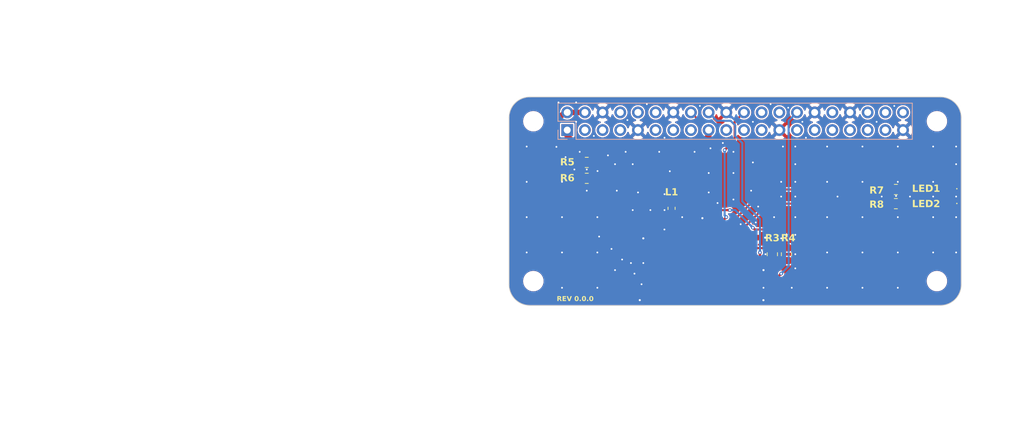
<source format=kicad_pcb>
(kicad_pcb (version 20241229) (generator "pcbnew") (generator_version "9.0")
  (title_block (title "Radio Module 2 uHAT for Pico Series") (date "2026-02-13") (rev "0.0.0") (company "LiterallySomeCat"))
  (layers (0 "F.Cu" signal) (2 "B.Cu" signal) (13 "F.Paste" user) (15 "B.Paste" user) (5 "F.SilkS" user "F.Silkscreen") (7 "B.SilkS" user "B.Silkscreen") (1 "F.Mask" user) (3 "B.Mask" user) (25 "Edge.Cuts" user))
  (net 0 "")
  (net 1 "GND")
  (net 2 "/GPIO3")
  (net 3 "/GPIO12")
  (net 4 "/GPIO13")
  (net 5 "/GPIO18")
  (net 6 "/GPIO17")
  (net 7 "/GPIO14")
  (net 8 "/GPIO27")
  (net 9 "/GPIO22")
  (net 10 "/GPIO23")
  (net 11 "/GPIO26")
  (net 12 "/GPIO24")
  (net 13 "/GPIO2")
  (net 14 "/GPIO1")
  (net 15 "/GPIO25")
  (net 16 "/GPIO9")
  (net 17 "/GPIO10")
  (net 18 "/GPIO20")
  (net 19 "/GPIO19")
  (net 20 "/GPIO8")
  (net 21 "/GPIO0")
  (net 22 "/GPIO6")
  (net 23 "/GPIO7")
  (net 24 "/GPIO11")
  (net 25 "/GPIO4")
  (net 26 "/GPIO16")
  (net 27 "/GPIO21")
  (net 28 "Net-(A1-DO)")
  (net 29 "+5V")
  (net 30 "+3V3")
  (net 31 "/WL_GPIO2")
  (net 33 "/WL_GPIO0")
  (net 34 "/WL_GPIO1")
  (net 36 "Net-(A1-VDDIO)")
  (net 38 "Net-(A1-nIRQ)")
  (net 39 "/GPIO5")
  (net 40 "/GPIO15")
  (net 41 "Net-(LED1-A)")
  (net 42 "Net-(LED2-A)")
  (footprint "MountingHole:MountingHole_2.7mm_M2.5" (layer "F.Cu") (at 161.5 73.5)
    (property "Reference" "MH2" (hide yes))
    (property "Value" "MountingHole_2.7mm_M2.5" (hide yes))
    (pad "" np_thru_hole circle (at 0 0) (size 2.7 2.7) (drill 2.7) (layers "*.Cu" "*.Mask"))
  )
  (footprint "lsc-resistor:R_ERA-6A_0805_2012Metric" (layer "F.Cu") (at 155.598 85.3531 180)
    (property "Reference" "R8" (at 2.766 -0.1689 180) (layer "F.SilkS") (effects (font (size 1.02 1.02) (thickness 0.254))))
    (property "Value" "470")
    (fp_line (start -0.227064 0.735) (end 0.227064 0.735) (stroke (width 0.12)) (layer "F.SilkS"))
    (fp_line (start -0.227064 -0.735) (end 0.227064 -0.735) (stroke (width 0.12)) (layer "F.SilkS"))
    (pad "1" smd roundrect (at -0.9125 0 180) (size 1.025 1.4) (layers "F.Cu" "F.Mask" "F.Paste") (roundrect_rratio 0.243902) (net 42 "Net-(LED2-A)"))
    (pad "2" smd roundrect (at 0.9125 0 180) (size 1.025 1.4) (layers "F.Cu" "F.Mask" "F.Paste") (roundrect_rratio 0.243902) (net 31 "/WL_GPIO2"))
  )
  (footprint "lsc-led-smd:LED_599-00XX-137F_0603_1608Metric" (layer "F.Cu") (at 162.992 83.236 180)
    (property "Reference" "LED1" (at 3.048 0 180) (layer "F.SilkS") (effects (font (size 1.02 1.02) (thickness 0.254))))
    (property "Value" "YL-GN" (hide yes))
    (fp_circle (center -1.3716 0.0254) (end -1.3716 0.0754) (stroke (width 0.1)) (fill yes) (layer "F.SilkS"))
    (pad "1" smd roundrect (at -0.75 0 270) (size 0.8 0.8) (layers "F.Cu" "F.Mask" "F.Paste") (net 1 "GND"))
    (pad "2" smd roundrect (at 0.75 0 270) (size 0.8 0.8) (layers "F.Cu" "F.Mask" "F.Paste") (net 41 "Net-(LED1-A)"))
  )
  (footprint "MountingHole:MountingHole_2.7mm_M2.5" (layer "F.Cu") (at 103.5 96.5)
    (property "Reference" "MH3" (hide yes))
    (property "Value" "MountingHole_2.7mm_M2.5" (hide yes))
    (pad "" np_thru_hole circle (at 0 0) (size 2.7 2.7) (drill 2.7) (layers "*.Cu" "*.Mask"))
  )
  (footprint "MountingHole:MountingHole_2.7mm_M2.5" (layer "F.Cu") (at 103.5 73.5)
    (property "Reference" "MH1" (hide yes))
    (property "Value" "MountingHole_2.7mm_M2.5" (hide yes))
    (pad "" np_thru_hole circle (at 0 0) (size 2.7 2.7) (drill 2.7) (layers "*.Cu" "*.Mask"))
  )
  (footprint "lsc-resistor:R_ERA-6A_0805_2012Metric" (layer "F.Cu") (at 111.176 79.426)
    (property "Reference" "R5" (at -2.794 0 0) (layer "F.SilkS") (effects (font (size 1.02 1.02) (thickness 0.254))))
    (property "Value" "10k")
    (fp_line (start -0.227064 -0.735) (end 0.227064 -0.735) (stroke (width 0.12)) (layer "F.SilkS"))
    (fp_line (start -0.227064 0.735) (end 0.227064 0.735) (stroke (width 0.12)) (layer "F.SilkS"))
    (pad "1" smd roundrect (at -0.9125 0) (size 1.025 1.4) (layers "F.Cu" "F.Mask" "F.Paste") (roundrect_rratio 0.243902) (net 29 "+5V"))
    (pad "2" smd roundrect (at 0.9125 0) (size 1.025 1.4) (layers "F.Cu" "F.Mask" "F.Paste") (roundrect_rratio 0.243902) (net 34 "/WL_GPIO1"))
  )
  (footprint "lsc-module:rpi_rmc20452t" (layer "F.Cu") (at 127.794 96.698 180)
    (property "Reference" "A1" (hide yes))
    (property "Value" "RMC20452" (hide yes))
    (pad "1" smd rect (at -6.75 -2.55 180) (size 2 1) (layers "F.Cu" "F.Mask" "F.Paste") (net 1 "GND") (clearance 0))
    (pad "2" smd rect (at -6.75 -1.05 180) (size 2 1) (layers "F.Cu" "F.Mask" "F.Paste") (clearance 0))
    (pad "3" smd rect (at -6.75 0.45 180) (size 2 1) (layers "F.Cu" "F.Mask" "F.Paste") (net 14 "/GPIO1") (clearance 0))
    (pad "4" smd rect (at -6.75 1.95 180) (size 2 1) (layers "F.Cu" "F.Mask" "F.Paste") (net 1 "GND") (clearance 0))
    (pad "5" smd rect (at -6.75 3.45 180) (size 2 1) (layers "F.Cu" "F.Mask" "F.Paste") (net 12 "/GPIO24") (clearance 0))
    (pad "6" smd rect (at -6.75 4.95 180) (size 2 1) (layers "F.Cu" "F.Mask" "F.Paste") (net 28 "Net-(A1-DO)") (clearance 0))
    (pad "7" smd rect (at -6.75 6.45 180) (size 2 1) (layers "F.Cu" "F.Mask" "F.Paste") (net 1 "GND") (clearance 0))
    (pad "8" smd rect (at -4.5 7.75 270) (size 2 1) (layers "F.Cu" "F.Mask" "F.Paste") (net 33 "/WL_GPIO0") (clearance 0))
    (pad "9" smd rect (at -3 7.75 270) (size 2 1) (layers "F.Cu" "F.Mask" "F.Paste") (net 15 "/GPIO25") (clearance 0))
    (pad "10" smd rect (at -1.5 7.75 270) (size 2 1) (layers "F.Cu" "F.Mask" "F.Paste") (net 38 "Net-(A1-nIRQ)") (clearance 0))
    (pad "11" smd rect (at 0 7.75 270) (size 2 1) (layers "F.Cu" "F.Mask" "F.Paste") (net 1 "GND") (clearance 0))
    (pad "12" smd rect (at 1.5 7.75 270) (size 2 1) (layers "F.Cu" "F.Mask" "F.Paste") (net 10 "/GPIO23") (clearance 0))
    (pad "13" smd rect (at 3 7.75 270) (size 2 1) (layers "F.Cu" "F.Mask" "F.Paste") (net 10 "/GPIO23") (clearance 0))
    (pad "14" smd rect (at 4.5 7.75 270) (size 2 1) (layers "F.Cu" "F.Mask" "F.Paste") (net 36 "Net-(A1-VDDIO)") (clearance 0))
    (pad "15" smd rect (at 6.75 6.45) (size 2 1) (layers "F.Cu" "F.Mask" "F.Paste") (net 1 "GND") (clearance 0))
    (pad "16" smd rect (at 6.75 4.95) (size 2 1) (layers "F.Cu" "F.Mask" "F.Paste") (net 36 "Net-(A1-VDDIO)") (clearance 0))
    (pad "17" smd rect (at 6.75 3.45) (size 2 1) (layers "F.Cu" "F.Mask" "F.Paste") (net 31 "/WL_GPIO2") (clearance 0))
    (pad "18" smd rect (at 6.75 1.95) (size 2 1) (layers "F.Cu" "F.Mask" "F.Paste") (net 34 "/WL_GPIO1") (clearance 0))
    (pad "19" smd rect (at 6.75 0.45) (size 2 1) (layers "F.Cu" "F.Mask" "F.Paste") (clearance 0))
    (pad "20" smd rect (at 6.75 -1.05) (size 2 1) (layers "F.Cu" "F.Mask" "F.Paste") (clearance 0))
    (pad "21" smd rect (at 6.75 -2.55) (size 2 1) (layers "F.Cu" "F.Mask" "F.Paste") (net 1 "GND") (clearance 0))
  )
  (footprint "lsc-resistor:R_ERA-6A_0805_2012Metric" (layer "F.Cu") (at 155.598 83.3211 180)
    (property "Reference" "R7" (at 2.766 -0.1689 180) (layer "F.SilkS") (effects (font (size 1.02 1.02) (thickness 0.254))))
    (property "Value" "470")
    (fp_line (start -0.227064 0.735) (end 0.227064 0.735) (stroke (width 0.12)) (layer "F.SilkS"))
    (fp_line (start -0.227064 -0.735) (end 0.227064 -0.735) (stroke (width 0.12)) (layer "F.SilkS"))
    (pad "1" smd roundrect (at -0.9125 0 180) (size 1.025 1.4) (layers "F.Cu" "F.Mask" "F.Paste") (roundrect_rratio 0.243902) (net 41 "Net-(LED1-A)"))
    (pad "2" smd roundrect (at 0.9125 0 180) (size 1.025 1.4) (layers "F.Cu" "F.Mask" "F.Paste") (roundrect_rratio 0.243902) (net 33 "/WL_GPIO0"))
  )
  (footprint "lsc-resistor:R_ERA-6A_0805_2012Metric" (layer "F.Cu") (at 111.176 81.712 180)
    (property "Reference" "R6" (at 2.794 0 180) (layer "F.SilkS") (effects (font (size 1.02 1.02) (thickness 0.254))))
    (property "Value" "10k")
    (fp_line (start -0.227064 0.735) (end 0.227064 0.735) (stroke (width 0.12)) (layer "F.SilkS"))
    (fp_line (start -0.227064 -0.735) (end 0.227064 -0.735) (stroke (width 0.12)) (layer "F.SilkS"))
    (pad "1" smd roundrect (at -0.9125 0 180) (size 1.025 1.4) (layers "F.Cu" "F.Mask" "F.Paste") (roundrect_rratio 0.243902) (net 34 "/WL_GPIO1"))
    (pad "2" smd roundrect (at 0.9125 0 180) (size 1.025 1.4) (layers "F.Cu" "F.Mask" "F.Paste") (roundrect_rratio 0.243902) (net 1 "GND"))
  )
  (footprint "MountingHole:MountingHole_2.7mm_M2.5" (layer "F.Cu") (at 161.5 96.5)
    (property "Reference" "MH4" (hide yes))
    (property "Value" "MountingHole_2.7mm_M2.5" (hide yes))
    (pad "" np_thru_hole circle (at 0 0) (size 2.7 2.7) (drill 2.7) (layers "*.Cu" "*.Mask"))
  )
  (footprint "lsc-resistor:R_ERA-6A_0805_2012Metric" (layer "F.Cu") (at 137.846 92.634 90)
    (property "Reference" "R3" (at 2.286 0 0) (layer "F.SilkS") (effects (font (size 1.02 1.02) (thickness 0.254))))
    (property "Value" "470")
    (fp_line (start -0.227064 -0.735) (end 0.227064 -0.735) (stroke (width 0.12)) (layer "F.SilkS"))
    (fp_line (start -0.227064 0.735) (end 0.227064 0.735) (stroke (width 0.12)) (layer "F.SilkS"))
    (pad "1" smd roundrect (at -0.9125 0 90) (size 1.025 1.4) (layers "F.Cu" "F.Mask" "F.Paste") (roundrect_rratio 0.243902) (net 12 "/GPIO24"))
    (pad "2" smd roundrect (at 0.9125 0 90) (size 1.025 1.4) (layers "F.Cu" "F.Mask" "F.Paste") (roundrect_rratio 0.243902) (net 28 "Net-(A1-DO)"))
  )
  (footprint "lsc-resistor:R_ERA-6A_0805_2012Metric" (layer "F.Cu") (at 139.878 92.634 90)
    (property "Reference" "R4" (at 2.286 0.254 180) (layer "F.SilkS") (effects (font (size 1.02 1.02) (thickness 0.254))))
    (property "Value" "470")
    (fp_line (start -0.227064 -0.735) (end 0.227064 -0.735) (stroke (width 0.12)) (layer "F.SilkS"))
    (fp_line (start -0.227064 0.735) (end 0.227064 0.735) (stroke (width 0.12)) (layer "F.SilkS"))
    (pad "1" smd roundrect (at -0.9125 0 90) (size 1.025 1.4) (layers "F.Cu" "F.Mask" "F.Paste") (roundrect_rratio 0.243902) (net 12 "/GPIO24"))
    (pad "2" smd roundrect (at 0.9125 0 90) (size 1.025 1.4) (layers "F.Cu" "F.Mask" "F.Paste") (roundrect_rratio 0.243902) (net 38 "Net-(A1-nIRQ)"))
  )
  (footprint "lsc-led-smd:LED_599-00XX-137F_0603_1608Metric" (layer "F.Cu") (at 162.992 85.3531 180)
    (property "Reference" "LED2" (at 3.048 -0.6769 180) (layer "F.SilkS") (effects (font (size 1.02 1.02) (thickness 0.254)) (justify bottom)))
    (property "Value" "BU" (hide yes))
    (fp_circle (center -1.3716 0.0254) (end -1.3716 0.0754) (stroke (width 0.1)) (fill yes) (layer "F.SilkS"))
    (pad "1" smd roundrect (at -0.75 0 270) (size 0.8 0.8) (layers "F.Cu" "F.Mask" "F.Paste") (net 1 "GND"))
    (pad "2" smd roundrect (at 0.75 0 270) (size 0.8 0.8) (layers "F.Cu" "F.Mask" "F.Paste") (net 42 "Net-(LED2-A)"))
  )
  (footprint "Inductor_SMD:L_0603_1608Metric_Pad1.05x0.95mm_HandSolder" (layer "F.Cu") (at 123.368 86.03 -90)
    (property "Reference" "L1" (at -2.286 0 0) (layer "F.SilkS") (effects (font (size 1.02 1.02) (thickness 0.254))))
    (property "Value" "BLM18EG471SN1D" (hide yes))
    (fp_line (start -0.171267 0.51) (end 0.171267 0.51) (stroke (width 0.12)) (layer "F.SilkS"))
    (fp_line (start -0.171267 -0.51) (end 0.171267 -0.51) (stroke (width 0.12)) (layer "F.SilkS"))
    (pad "1" smd roundrect (at -0.875 0 270) (size 1.05 0.95) (layers "F.Cu" "F.Mask" "F.Paste") (net 30 "+3V3"))
    (pad "2" smd roundrect (at 0.875 0 270) (size 1.05 0.95) (layers "F.Cu" "F.Mask" "F.Paste") (net 36 "Net-(A1-VDDIO)"))
  )
  (footprint "Connector_PinSocket_2.54mm:PinSocket_2x20_P2.54mm_Vertical" (layer "B.Cu") (at 108.37 74.77 -90)
    (property "Reference" "J1" (hide yes))
    (property "Value" "GPIO" (hide yes))
    (fp_line (start -3.87 1.33) (end -1.27 1.33) (stroke (width 0.12)) (layer "B.SilkS"))
    (fp_line (start -3.87 1.33) (end -3.87 -49.59) (stroke (width 0.12)) (layer "B.SilkS"))
    (fp_line (start -1.27 1.33) (end -1.27 -1.27) (stroke (width 0.12)) (layer "B.SilkS"))
    (fp_line (start 0 1.33) (end 1.33 1.33) (stroke (width 0.12)) (layer "B.SilkS"))
    (fp_line (start 1.33 1.33) (end 1.33 0) (stroke (width 0.12)) (layer "B.SilkS"))
    (fp_line (start -1.27 -1.27) (end 1.33 -1.27) (stroke (width 0.12)) (layer "B.SilkS"))
    (fp_line (start 1.33 -1.27) (end 1.33 -49.59) (stroke (width 0.12)) (layer "B.SilkS"))
    (fp_line (start -3.87 -49.59) (end 1.33 -49.59) (stroke (width 0.12)) (layer "B.SilkS"))
    (pad "1" thru_hole rect (at 0 0 270) (size 1.7 1.7) (drill 1) (layers "*.Cu" "*.Mask") (net 30 "+3V3"))
    (pad "2" thru_hole circle (at -2.54 0 270) (size 1.7 1.7) (drill 1) (layers "*.Cu" "*.Mask") (net 29 "+5V"))
    (pad "3" thru_hole circle (at 0 -2.54 270) (size 1.7 1.7) (drill 1) (layers "*.Cu" "*.Mask") (net 13 "/GPIO2"))
    (pad "4" thru_hole circle (at -2.54 -2.54 270) (size 1.7 1.7) (drill 1) (layers "*.Cu" "*.Mask") (net 29 "+5V"))
    (pad "5" thru_hole circle (at 0 -5.08 270) (size 1.7 1.7) (drill 1) (layers "*.Cu" "*.Mask") (net 2 "/GPIO3"))
    (pad "6" thru_hole circle (at -2.54 -5.08 270) (size 1.7 1.7) (drill 1) (layers "*.Cu" "*.Mask") (net 1 "GND"))
    (pad "7" thru_hole circle (at 0 -7.62 270) (size 1.7 1.7) (drill 1) (layers "*.Cu" "*.Mask") (net 7 "/GPIO14"))
    (pad "8" thru_hole circle (at -2.54 -7.62 270) (size 1.7 1.7) (drill 1) (layers "*.Cu" "*.Mask") (net 25 "/GPIO4"))
    (pad "9" thru_hole circle (at 0 -10.16 270) (size 1.7 1.7) (drill 1) (layers "*.Cu" "*.Mask") (net 1 "GND"))
    (pad "10" thru_hole circle (at -2.54 -10.16 270) (size 1.7 1.7) (drill 1) (layers "*.Cu" "*.Mask") (net 40 "/GPIO15"))
    (pad "11" thru_hole circle (at 0 -12.7 270) (size 1.7 1.7) (drill 1) (layers "*.Cu" "*.Mask") (net 6 "/GPIO17"))
    (pad "12" thru_hole circle (at -2.54 -12.7 270) (size 1.7 1.7) (drill 1) (layers "*.Cu" "*.Mask") (net 5 "/GPIO18"))
    (pad "13" thru_hole circle (at 0 -15.24 270) (size 1.7 1.7) (drill 1) (layers "*.Cu" "*.Mask") (net 8 "/GPIO27"))
    (pad "14" thru_hole circle (at -2.54 -15.24 270) (size 1.7 1.7) (drill 1) (layers "*.Cu" "*.Mask") (net 1 "GND"))
    (pad "15" thru_hole circle (at 0 -17.78 270) (size 1.7 1.7) (drill 1) (layers "*.Cu" "*.Mask") (net 9 "/GPIO22"))
    (pad "16" thru_hole circle (at -2.54 -17.78 270) (size 1.7 1.7) (drill 1) (layers "*.Cu" "*.Mask") (net 10 "/GPIO23"))
    (pad "17" thru_hole circle (at 0 -20.32 270) (size 1.7 1.7) (drill 1) (layers "*.Cu" "*.Mask") (net 30 "+3V3"))
    (pad "18" thru_hole circle (at -2.54 -20.32 270) (size 1.7 1.7) (drill 1) (layers "*.Cu" "*.Mask") (net 12 "/GPIO24"))
    (pad "19" thru_hole circle (at 0 -22.86 270) (size 1.7 1.7) (drill 1) (layers "*.Cu" "*.Mask") (net 24 "/GPIO11"))
    (pad "20" thru_hole circle (at -2.54 -22.86 270) (size 1.7 1.7) (drill 1) (layers "*.Cu" "*.Mask") (net 1 "GND"))
    (pad "21" thru_hole circle (at 0 -25.4 270) (size 1.7 1.7) (drill 1) (layers "*.Cu" "*.Mask") (net 3 "/GPIO12"))
    (pad "22" thru_hole circle (at -2.54 -25.4 270) (size 1.7 1.7) (drill 1) (layers "*.Cu" "*.Mask") (net 15 "/GPIO25"))
    (pad "23" thru_hole circle (at 0 -27.94 270) (size 1.7 1.7) (drill 1) (layers "*.Cu" "*.Mask") (net 17 "/GPIO10"))
    (pad "24" thru_hole circle (at -2.54 -27.94 270) (size 1.7 1.7) (drill 1) (layers "*.Cu" "*.Mask") (net 20 "/GPIO8"))
    (pad "25" thru_hole circle (at 0 -30.48 270) (size 1.7 1.7) (drill 1) (layers "*.Cu" "*.Mask") (net 1 "GND"))
    (pad "26" thru_hole circle (at -2.54 -30.48 270) (size 1.7 1.7) (drill 1) (layers "*.Cu" "*.Mask") (net 23 "/GPIO7"))
    (pad "27" thru_hole circle (at 0 -33.02 270) (size 1.7 1.7) (drill 1) (layers "*.Cu" "*.Mask") (net 21 "/GPIO0"))
    (pad "28" thru_hole circle (at -2.54 -33.02 270) (size 1.7 1.7) (drill 1) (layers "*.Cu" "*.Mask") (net 14 "/GPIO1"))
    (pad "29" thru_hole circle (at 0 -35.56 270) (size 1.7 1.7) (drill 1) (layers "*.Cu" "*.Mask") (net 39 "/GPIO5"))
    (pad "30" thru_hole circle (at -2.54 -35.56 270) (size 1.7 1.7) (drill 1) (layers "*.Cu" "*.Mask") (net 1 "GND"))
    (pad "31" thru_hole circle (at 0 -38.1 270) (size 1.7 1.7) (drill 1) (layers "*.Cu" "*.Mask") (net 22 "/GPIO6"))
    (pad "32" thru_hole circle (at -2.54 -38.1 270) (size 1.7 1.7) (drill 1) (layers "*.Cu" "*.Mask") (net 16 "/GPIO9"))
    (pad "33" thru_hole circle (at 0 -40.64 270) (size 1.7 1.7) (drill 1) (layers "*.Cu" "*.Mask") (net 4 "/GPIO13"))
    (pad "34" thru_hole circle (at -2.54 -40.64 270) (size 1.7 1.7) (drill 1) (layers "*.Cu" "*.Mask") (net 1 "GND"))
    (pad "35" thru_hole circle (at 0 -43.18 270) (size 1.7 1.7) (drill 1) (layers "*.Cu" "*.Mask") (net 19 "/GPIO19"))
    (pad "36" thru_hole circle (at -2.54 -43.18 270) (size 1.7 1.7) (drill 1) (layers "*.Cu" "*.Mask") (net 26 "/GPIO16"))
    (pad "37" thru_hole circle (at 0 -45.72 270) (size 1.7 1.7) (drill 1) (layers "*.Cu" "*.Mask") (net 11 "/GPIO26"))
    (pad "38" thru_hole circle (at -2.54 -45.72 270) (size 1.7 1.7) (drill 1) (layers "*.Cu" "*.Mask") (net 18 "/GPIO20"))
    (pad "39" thru_hole circle (at 0 -48.26 270) (size 1.7 1.7) (drill 1) (layers "*.Cu" "*.Mask") (net 1 "GND"))
    (pad "40" thru_hole circle (at -2.54 -48.26 270) (size 1.7 1.7) (drill 1) (layers "*.Cu" "*.Mask") (net 27 "/GPIO21"))
  )
  (gr_arc (start 162 70) (mid 164.12132 70.87868) (end 165 73) (stroke (width 0.1)) (layer "Edge.Cuts"))
  (gr_line (start 165 97) (end 165 73) (stroke (width 0.1)) (layer "Edge.Cuts"))
  (gr_line (start 100 73) (end 100 97) (stroke (width 0.1)) (layer "Edge.Cuts"))
  (gr_arc (start 103 100) (mid 100.87868 99.12132) (end 100 97) (stroke (width 0.1)) (layer "Edge.Cuts"))
  (gr_line (start 103 100) (end 162 100) (stroke (width 0.1)) (layer "Edge.Cuts"))
  (gr_arc (start 165 97) (mid 164.12132 99.12132) (end 162 100) (stroke (width 0.1)) (layer "Edge.Cuts"))
  (gr_arc (start 100 73) (mid 100.87868 70.87868) (end 103 70) (stroke (width 0.1)) (layer "Edge.Cuts"))
  (gr_line (start 162 70) (end 103 70) (stroke (width 0.1)) (layer "Edge.Cuts"))
  (gr_text "REV ${REVISION}" (at 106.858 99.492 0) (layer "F.SilkS") (effects (font (size 0.7 0.7) (thickness 0.127) (bold yes)) (justify left bottom)))
  (segment (start 134.544 94.748) (end 136.404 94.748) (width 0.8) (layer "F.Cu") (net 1))
  (segment (start 136.404 94.748) (end 136.576 94.92) (width 0.8) (layer "F.Cu") (net 1))
  (segment (start 121.044 99.248) (end 118.806 99.248) (width 0.8) (layer "F.Cu") (net 1))
  (segment (start 127.794 87.446) (end 127.794 88.948) (width 0.8) (layer "F.Cu") (net 1))
  (segment (start 119.404 90.248) (end 119.304 90.348) (width 0.8) (layer "F.Cu") (net 1))
  (segment (start 136.818 90.248) (end 134.544 90.248) (width 0.8) (layer "F.Cu") (net 1))
  (segment (start 134.544 99.248) (end 136.566 99.248) (width 0.8) (layer "F.Cu") (net 1))
  (segment (start 118.806 99.248) (end 118.796 99.238) (width 0.8) (layer "F.Cu") (net 1))
  (segment (start 121.044 90.248) (end 119.404 90.248) (width 0.8) (layer "F.Cu") (net 1))
  (segment (start 136.566 99.248) (end 136.576 99.238) (width 0.8) (layer "F.Cu") (net 1))
  (via (at 139.37 77.14) (size 0.508) (drill 0.254) (layers "F.Cu" "B.Cu") (net 1))
  (via (at 133.294002 88.316) (size 0.508) (drill 0.254) (layers "F.Cu" "B.Cu") (net 1))
  (via (at 115.494 83.49) (size 0.508) (drill 0.254) (layers "F.Cu" "B.Cu") (net 1))
  (via (at 117.78 86.284) (size 0.508) (drill 0.254) (layers "F.Cu" "B.Cu") (net 1))
  (via (at 115.24 94.92) (size 0.508) (drill 0.254) (layers "F.Cu" "B.Cu") (net 1))
  (via (at 139.116 84.3371) (size 0.508) (drill 0.254) (layers "F.Cu" "B.Cu") (net 1))
  (via (at 140.132 71.552) (size 0.508) (drill 0.254) (layers "F.Cu" "B.Cu") (net 1))
  (via (at 118.542 83.744) (size 0.508) (drill 0.254) (layers "F.Cu" "B.Cu") (net 1))
  (via (at 124.892 87.3) (size 0.508) (drill 0.254) (layers "F.Cu" "B.Cu") (net 1))
  (via (at 141.148 82.22) (size 0.508) (drill 0.254) (layers "F.Cu" "B.Cu") (net 1))
  (via (at 150.8 97.46) (size 0.508) (drill 0.254) (layers "F.Cu" "B.Cu") (net 1))
  (via (at 152.832 73.584) (size 0.508) (drill 0.254) (layers "F.Cu" "B.Cu") (net 1))
  (via (at 139.116 90.348) (size 0.508) (drill 0.254) (layers "F.Cu" "B.Cu") (net 1))
  (via (at 117.78 79.68) (size 0.508) (drill 0.254) (layers "F.Cu" "B.Cu") (net 1))
  (via (at 150.8 77.14) (size 0.508) (drill 0.254) (layers "F.Cu" "B.Cu") (net 1))
  (via (at 126.67 77.902) (size 0.508) (drill 0.254) (layers "F.Cu" "B.Cu") (net 1))
  (via (at 135.814 85.776) (size 0.508) (drill 0.254) (layers "F.Cu" "B.Cu") (net 1))
  (via (at 153.566 84.3371) (size 0.508) (drill 0.254) (layers "F.Cu" "B.Cu") (net 1))
  (via (at 160.96 82.22) (size 0.508) (drill 0.254) (layers "F.Cu" "B.Cu") (net 1))
  (via (at 150.8 82.22) (size 0.508) (drill 0.254) (layers "F.Cu" "B.Cu") (net 1))
  (via (at 120.32 86.284) (size 0.508) (drill 0.254) (layers "F.Cu" "B.Cu") (net 1))
  (via (at 106.81388 77.18412) (size 0.508) (drill 0.254) (layers "F.Cu" "B.Cu") (net 1))
  (via (at 136.576 97.46) (size 0.508) (drill 0.254) (layers "F.Cu" "B.Cu") (net 1))
  (via (at 164.262 79.68) (size 0.508) (drill 0.254) (layers "F.Cu" "B.Cu") (net 1))
  (via (at 123.114 80.696) (size 0.508) (drill 0.254) (layers "F.Cu" "B.Cu") (net 1))
  (via (at 155.88 92.38) (size 0.508) (drill 0.254) (layers "F.Cu" "B.Cu") (net 1))
  (via (at 107.62 97.46) (size 0.508) (drill 0.254) (layers "F.Cu" "B.Cu") (net 1))
  (via (at 119.812 71.044) (size 0.508) (drill 0.254) (layers "F.Cu" "B.Cu") (net 1))
  (via (at 141.148 77.14) (size 0.508) (drill 0.254) (layers "F.Cu" "B.Cu") (net 1))
  (via (at 137.592 71.044) (size 0.508) (drill 0.254) (layers "F.Cu" "B.Cu") (net 1))
  (via (at 145.72 97.46) (size 0.508) (drill 0.254) (layers "F.Cu" "B.Cu") (net 1))
  (via (at 115.24 79.68) (size 0.508) (drill 0.254) (layers "F.Cu" "B.Cu") (net 1))
  (via (at 134.798 83.49) (size 0.508) (drill 0.254) (layers "F.Cu" "B.Cu") (net 1))
  (via (at 118.034 95.428) (size 0.508) (drill 0.254) (layers "F.Cu" "B.Cu") (net 1))
  (via (at 109.652 73.584) (size 0.508) (drill 0.254) (layers "F.Cu" "B.Cu") (net 1))
  (via (at 112.192 75.616) (size 0.508) (drill 0.254) (layers "F.Cu" "B.Cu") (net 1))
  (via (at 102.54 82.22) (size 0.508) (drill 0.254) (layers "F.Cu" "B.Cu") (net 1))
  (via (at 141.148 94.666) (size 0.508) (drill 0.254) (layers "F.Cu" "B.Cu") (net 1))
  (via (at 128.702 80.95) (size 0.508) (drill 0.254) (layers "F.Cu" "B.Cu") (net 1))
  (via (at 150.8 92.38) (size 0.508) (drill 0.254) (layers "F.Cu" "B.Cu") (net 1))
  (via (at 155.88 82.22) (size 0.508) (drill 0.254) (layers "F.Cu" "B.Cu") (net 1))
  (via (at 155.88 97.46) (size 0.508) (drill 0.254) (layers "F.Cu" "B.Cu") (net 1))
  (via (at 107.62 87.3) (size 0.508) (drill 0.254) (layers "F.Cu" "B.Cu") (net 1))
  (via (at 117.526 93.904) (size 0.508) (drill 0.254) (layers "F.Cu" "B.Cu") (net 1))
  (via (at 111.176 80.442) (size 0.508) (drill 0.254) (layers "F.Cu" "B.Cu") (net 1))
  (via (at 116.256 93.396) (size 0.508) (drill 0.254) (layers "F.Cu" "B.Cu") (net 1))
  (via (at 164.262 87.3) (size 0.508) (drill 0.254) (layers "F.Cu" "B.Cu") (net 1))
  (via (at 109.652 70.79) (size 0.508) (drill 0.254) (layers "F.Cu" "B.Cu") (net 1))
  (via (at 132.258 80.95) (size 0.508) (drill 0.254) (layers "F.Cu" "B.Cu") (net 1))
  (via (at 155.88 87.3) (size 0.508) (drill 0.254) (layers "F.Cu" "B.Cu") (net 1))
  (via (at 127.432 71.298) (size 0.508) (drill 0.254) (layers "F.Cu" "B.Cu") (net 1))
  (via (at 108.128 78.664) (size 0.508) (drill 0.254) (layers "F.Cu" "B.Cu") (net 1))
  (via (at 122.352 83.998) (size 0.508) (drill 0.254) (layers "F.Cu" "B.Cu") (net 1))
  (via (at 121.59 77.902) (size 0.508) (drill 0.254) (layers "F.Cu" "B.Cu") (net 1))
  (via (at 119.05 96.952) (size 0.508) (drill 0.254) (layers "F.Cu" "B.Cu") (net 1))
  (via (at 128.702 83.744) (size 0.508) (drill 0.254) (layers "F.Cu" "B.Cu") (net 1))
  (via (at 129.972 85.268) (size 0.508) (drill 0.254) (layers "F.Cu" "B.Cu") (net 1))
  (via (at 102.54 77.14) (size 0.508) (drill 0.254) (layers "F.Cu" "B.Cu") (net 1))
  (via (at 145.72 82.22) (size 0.508) (drill 0.254) (layers "F.Cu" "B.Cu") (net 1))
  (via (at 141.148 84.3371) (size 0.508) (drill 0.254) (layers "F.Cu" "B.Cu") (net 1))
  (via (at 140.64 97.46) (size 0.508) (drill 0.254) (layers "F.Cu" "B.Cu") (net 1))
  (via (at 136.818 90.248) (size 0.634) (drill 0.3) (layers "F.Cu" "B.Cu") (net 1))
  (via (at 147.216 84.3371) (size 0.508) (drill 0.254) (layers "F.Cu" "B.Cu") (net 1))
  (via (at 112.724069 80.664583) (size 0.508) (drill 0.254) (layers "F.Cu" "B.Cu") (net 1))
  (via (at 128.956 77.394) (size 0.508) (drill 0.254) (layers "F.Cu" "B.Cu") (net 1))
  (via (at 150.8 87.3) (size 0.508) (drill 0.254) (layers "F.Cu" "B.Cu") (net 1))
  (via (at 136.858724 92.634) (size 0.508) (drill 0.254) (layers "F.Cu" "B.Cu") (net 1))
  (via (at 160.96 87.3) (size 0.508) (drill 0.254) (layers "F.Cu" "B.Cu") (net 1))
  (via (at 145.72 77.14) (size 0.508) (drill 0.254) (layers "F.Cu" "B.Cu") (net 1))
  (via (at 145.72 92.38) (size 0.508) (drill 0.254) (layers "F.Cu" "B.Cu") (net 1))
  (via (at 118.796 99.238) (size 0.634) (drill 0.3) (layers "F.Cu" "B.Cu") (net 1))
  (via (at 122.339998 89.078) (size 0.508) (drill 0.254) (layers "F.Cu" "B.Cu") (net 1))
  (via (at 164.262 84.3371) (size 0.508) (drill 0.254) (layers "F.Cu" "B.Cu") (net 1))
  (via (at 136.576 94.92) (size 0.634) (drill 0.3) (layers "F.Cu" "B.Cu") (net 1))
  (via (at 164.262 92.38) (size 0.508) (drill 0.254) (layers "F.Cu" "B.Cu") (net 1))
  (via (at 141.148 87.3) (size 0.508) (drill 0.254) (layers "F.Cu" "B.Cu") (net 1))
  (via (at 160.96 92.38) (size 0.508) (drill 0.254) (layers "F.Cu" "B.Cu") (net 1))
  (via (at 155.372 71.298) (size 0.508) (drill 0.254) (layers "F.Cu" "B.Cu") (net 1))
  (via (at 111.176 83.49) (size 0.508) (drill 0.254) (layers "F.Cu" "B.Cu") (net 1))
  (via (at 122.352 75.87) (size 0.508) (drill 0.254) (layers "F.Cu" "B.Cu") (net 1))
  (via (at 142.672 75.87) (size 0.508) (drill 0.254) (layers "F.Cu" "B.Cu") (net 1))
  (via (at 142.164 73.584) (size 0.508) (drill 0.254) (layers "F.Cu" "B.Cu") (net 1))
  (via (at 127.794 87.446) (size 0.634) (drill 0.3) (layers "F.Cu" "B.Cu") (net 1))
  (via (at 136.566 99.248) (size 0.634) (drill 0.3) (layers "F.Cu" "B.Cu") (net 1))
  (via (at 157.63 84.3371) (size 0.508) (drill 0.254) (layers "F.Cu" "B.Cu") (net 1))
  (via (at 135.052 73.584) (size 0.508) (drill 0.254) (layers "F.Cu" "B.Cu") (net 1))
  (via (at 107.62 92.38) (size 0.508) (drill 0.254) (layers "F.Cu" "B.Cu") (net 1))
  (via (at 107.62 82.22) (size 0.508) (drill 0.254) (layers "F.Cu" "B.Cu") (net 1))
  (via (at 139.116 82.22) (size 0.508) (drill 0.254) (layers "F.Cu" "B.Cu") (net 1))
  (via (at 132.258 77.902) (size 0.508) (drill 0.254) (layers "F.Cu" "B.Cu") (net 1))
  (via (at 160.96 77.14) (size 0.508) (drill 0.254) (layers "F.Cu" "B.Cu") (net 1))
  (via (at 119.304 90.348) (size 0.634) (drill 0.3) (layers "F.Cu" "B.Cu") (net 1))
  (via (at 102.54 87.3) (size 0.508) (drill 0.254) (layers "F.Cu" "B.Cu") (net 1))
  (via (at 107.112 70.79) (size 0.508) (drill 0.254) (layers "F.Cu" "B.Cu") (net 1))
  (via (at 119.304 93.904) (size 0.508) (drill 0.254) (layers "F.Cu" "B.Cu") (net 1))
  (via (at 122.352 86.284) (size 0.508) (drill 0.254) (layers "F.Cu" "B.Cu") (net 1))
  (via (at 160.96 84.3371) (size 0.508) (drill 0.254) (layers "F.Cu" "B.Cu") (net 1))
  (via (at 164.262 77.14) (size 0.508) (drill 0.254) (layers "F.Cu" "B.Cu") (net 1))
  (via (at 145.72 87.3) (size 0.508) (drill 0.254) (layers "F.Cu" "B.Cu") (net 1))
  (via (at 109.398 80.442) (size 0.508) (drill 0.254) (layers "F.Cu" "B.Cu") (net 1))
  (via (at 112.954 90.094) (size 0.508) (drill 0.254) (layers "F.Cu" "B.Cu") (net 1))
  (via (at 141.148 79.68) (size 0.508) (drill 0.254) (layers "F.Cu" "B.Cu") (net 1))
  (via (at 110.16 77.902) (size 0.508) (drill 0.254) (layers "F.Cu" "B.Cu") (net 1))
  (via (at 135.052 79.426) (size 0.508) (drill 0.254) (layers "F.Cu" "B.Cu") (net 1))
  (via (at 112.7 92.38) (size 0.508) (drill 0.254) (layers "F.Cu" "B.Cu") (net 1))
  (via (at 112.7 87.3) (size 0.508) (drill 0.254) (layers "F.Cu" "B.Cu") (net 1))
  (via (at 112.7 97.46) (size 0.508) (drill 0.254) (layers "F.Cu" "B.Cu") (net 1))
  (via (at 135.464 88.062) (size 0.508) (drill 0.254) (layers "F.Cu" "B.Cu") (net 1))
  (via (at 102.54 92.38) (size 0.508) (drill 0.254) (layers "F.Cu" "B.Cu") (net 1))
  (via (at 114.732 91.872) (size 0.508) (drill 0.254) (layers "F.Cu" "B.Cu") (net 1))
  (via (at 138.1 87.3) (size 0.508) (drill 0.254) (layers "F.Cu" "B.Cu") (net 1))
  (via (at 116.764 77.902) (size 0.508) (drill 0.254) (layers "F.Cu" "B.Cu") (net 1))
  (via (at 141.148 92.634) (size 0.508) (drill 0.254) (layers "F.Cu" "B.Cu") (net 1))
  (via (at 141.148 89.84) (size 0.508) (drill 0.254) (layers "F.Cu" "B.Cu") (net 1))
  (via (at 155.626 84.252) (size 0.508) (drill 0.254) (layers "F.Cu" "B.Cu") (net 1))
  (via (at 155.88 77.14) (size 0.508) (drill 0.254) (layers "F.Cu" "B.Cu") (net 1))
  (via (at 132.258 84.76) (size 0.508) (drill 0.254) (layers "F.Cu" "B.Cu") (net 1))
  (via (at 130.734 76.632) (size 0.508) (drill 0.254) (layers "F.Cu" "B.Cu") (net 1))
  (via (at 117.018 73.33) (size 0.508) (drill 0.254) (layers "F.Cu" "B.Cu") (net 1))
  (via (at 114.222603 78.411397) (size 0.508) (drill 0.254) (layers "F.Cu" "B.Cu") (net 1))
  (segment (start 127.489 73.569) (end 126.15 72.23) (width 0.3) (layer "F.Cu") (net 10))
  (segment (start 126.294 87.676) (end 129.891 84.079) (width 0.3) (layer "F.Cu") (net 10))
  (segment (start 126.294 88.948) (end 124.794 88.948) (width 0.3) (layer "F.Cu") (net 10))
  (segment (start 126.294 88.948) (end 126.294 87.676) (width 0.3) (layer "F.Cu") (net 10))
  (segment (start 129.187471 73.569) (end 127.489 73.569) (width 0.3) (layer "F.Cu") (net 10))
  (segment (start 129.891 74.272529) (end 129.187471 73.569) (width 0.3) (layer "F.Cu") (net 10))
  (segment (start 129.891 84.079) (end 129.891 74.272529) (width 0.3) (layer "F.Cu") (net 10))
  (segment (start 136.2185 93.5465) (end 137.846 93.5465) (width 0.3) (layer "F.Cu") (net 12))
  (segment (start 136.068 93.1) (end 136.068 92.398) (width 0.3) (layer "F.Cu") (net 12))
  (segment (start 134.544 93.248) (end 135.92 93.248) (width 0.3) (layer "F.Cu") (net 12))
  (segment (start 137.846 93.5465) (end 139.878 93.5465) (width 0.3) (layer "F.Cu") (net 12))
  (segment (start 135.92 93.248) (end 136.068 93.1) (width 0.3) (layer "F.Cu") (net 12))
  (segment (start 135.92 93.248) (end 136.2185 93.5465) (width 0.3) (layer "F.Cu") (net 12))
  (via (at 136.068 92.398) (size 0.508) (drill 0.254) (layers "F.Cu" "B.Cu") (net 12))
  (segment (start 136.068 92.398) (end 136.068 87.554) (width 0.3) (layer "B.Cu") (net 12))
  (segment (start 132.512 75.616) (end 132.512 74.092) (width 0.3) (layer "B.Cu") (net 12))
  (segment (start 129.891 73.431) (end 128.69 72.23) (width 0.3) (layer "B.Cu") (net 12))
  (segment (start 133.528 85.014) (end 133.528 76.632) (width 0.3) (layer "B.Cu") (net 12))
  (segment (start 133.528 76.632) (end 132.512 75.616) (width 0.3) (layer "B.Cu") (net 12))
  (segment (start 131.851 73.431) (end 129.891 73.431) (width 0.3) (layer "B.Cu") (net 12))
  (segment (start 136.068 87.554) (end 133.528 85.014) (width 0.3) (layer "B.Cu") (net 12))
  (segment (start 132.512 74.092) (end 131.851 73.431) (width 0.3) (layer "B.Cu") (net 12))
  (segment (start 138.296 96.248) (end 139.116 95.428) (width 0.3) (layer "F.Cu") (net 14))
  (segment (start 134.544 96.248) (end 138.296 96.248) (width 0.3) (layer "F.Cu") (net 14))
  (via (at 139.116 95.428) (size 0.508) (drill 0.254) (layers "F.Cu" "B.Cu") (net 14))
  (segment (start 139.116 95.428) (end 140.189 94.355) (width 0.3) (layer "B.Cu") (net 14))
  (segment (start 140.189 94.355) (end 140.189 73.431) (width 0.3) (layer "B.Cu") (net 14))
  (segment (start 140.189 73.431) (end 141.39 72.23) (width 0.3) (layer "B.Cu") (net 14))
  (segment (start 132.431 73.569) (end 133.77 72.23) (width 0.3) (layer "F.Cu") (net 15))
  (segment (start 130.794 88.948) (end 130.794 87.748) (width 0.3) (layer "F.Cu") (net 15))
  (segment (start 130.794 87.748) (end 131.242 87.3) (width 0.3) (layer "F.Cu") (net 15))
  (segment (start 132.431 76.205) (end 132.431 73.569) (width 0.3) (layer "F.Cu") (net 15))
  (segment (start 130.988 77.648) (end 132.431 76.205) (width 0.3) (layer "F.Cu") (net 15))
  (via (at 131.242 87.3) (size 0.508) (drill 0.254) (layers "F.Cu" "B.Cu") (net 15))
  (via (at 130.988 77.648) (size 0.508) (drill 0.254) (layers "F.Cu" "B.Cu") (net 15))
  (segment (start 130.988 87.046) (end 130.988 77.648) (width 0.3) (layer "B.Cu") (net 15))
  (segment (start 131.242 87.3) (end 130.988 87.046) (width 0.3) (layer "B.Cu") (net 15))
  (segment (start 134.544 91.748) (end 137.8195 91.748) (width 0.3) (layer "F.Cu") (net 28))
  (segment (start 108.008 72.23) (end 106.919 73.319) (width 0.8) (layer "F.Cu") (net 29))
  (segment (start 110.91 72.23) (end 108.008 72.23) (width 0.8) (layer "F.Cu") (net 29))
  (segment (start 106.919 73.319) (end 106.919 76.0815) (width 0.8) (layer "F.Cu") (net 29))
  (segment (start 106.919 76.0815) (end 110.2635 79.426) (width 0.8) (layer "F.Cu") (net 29))
  (segment (start 108.37 74.77) (end 108.37 75.604) (width 0.8) (layer "F.Cu") (net 30))
  (segment (start 108.37 75.604) (end 109.652 76.886) (width 0.8) (layer "F.Cu") (net 30))
  (segment (start 127.432 76.886) (end 128.702 75.616) (width 0.8) (layer "F.Cu") (net 30))
  (segment (start 128.69 75.604) (end 128.69 74.77) (width 0.8) (layer "F.Cu") (net 30))
  (segment (start 128.702 75.616) (end 128.69 75.604) (width 0.8) (layer "F.Cu") (net 30))
  (segment (start 116.51 83.236) (end 116.51 79.426) (width 0.8) (layer "F.Cu") (net 30))
  (segment (start 112.192 76.886) (end 127.432 76.886) (width 0.8) (layer "F.Cu") (net 30))
  (segment (start 109.652 76.886) (end 112.7 76.886) (width 0.8) (layer "F.Cu") (net 30))
  (segment (start 116.51 79.426) (end 113.97 76.886) (width 0.8) (layer "F.Cu") (net 30))
  (segment (start 123.368 85.155) (end 118.429 85.155) (width 0.8) (layer "F.Cu") (net 30))
  (segment (start 118.429 85.155) (end 116.51 83.236) (width 0.8) (layer "F.Cu") (net 30))
  (segment (start 113.97 76.886) (end 112.192 76.886) (width 0.8) (layer "F.Cu") (net 30))
  (segment (start 121.044 93.248) (end 130.374 93.248) (width 0.3) (layer "F.Cu") (net 31))
  (segment (start 133.193 89.397) (end 136.306 86.284) (width 0.3) (layer "F.Cu") (net 31))
  (segment (start 136.306 86.284) (end 137.2369 85.3531) (width 0.3) (layer "F.Cu") (net 31))
  (segment (start 133.193 90.429) (end 133.193 89.397) (width 0.3) (layer "F.Cu") (net 31))
  (segment (start 137.2369 85.3531) (end 154.6855 85.3531) (width 0.3) (layer "F.Cu") (net 31))
  (segment (start 130.374 93.248) (end 133.193 90.429) (width 0.3) (layer "F.Cu") (net 31))
  (segment (start 136.7449 83.3211) (end 154.6855 83.3211) (width 0.3) (layer "F.Cu") (net 33))
  (segment (start 132.294 88.948) (end 132.294 87.772) (width 0.3) (layer "F.Cu") (net 33))
  (segment (start 135.814 84.252) (end 136.7449 83.3211) (width 0.3) (layer "F.Cu") (net 33))
  (segment (start 132.294 87.772) (end 135.814 84.252) (width 0.3) (layer "F.Cu") (net 33))
  (segment (start 121.044 94.748) (end 116.592 94.748) (width 0.3) (layer "F.Cu") (net 34))
  (segment (start 116.592 94.748) (end 112.0885 90.2445) (width 0.3) (layer "F.Cu") (net 34))
  (segment (start 112.0885 90.2445) (end 112.0885 81.712) (width 0.3) (layer "F.Cu") (net 34))
  (segment (start 112.0885 81.712) (end 112.0885 79.426) (width 0.3) (layer "F.Cu") (net 34))
  (segment (start 123.294 88.948) (end 123.294 90.548) (width 0.6) (layer "F.Cu") (net 36))
  (segment (start 123.294 90.548) (end 122.094 91.748) (width 0.6) (layer "F.Cu") (net 36))
  (segment (start 122.094 91.748) (end 121.044 91.748) (width 0.6) (layer "F.Cu") (net 36))
  (segment (start 123.368 86.905) (end 123.368 88.874) (width 0.6) (layer "F.Cu") (net 36))
  (segment (start 129.294 86.962) (end 129.294 88.948) (width 0.3) (layer "F.Cu") (net 38))
  (segment (start 139.878 91.7215) (end 139.878 90.094) (width 0.3) (layer "F.Cu") (net 38))
  (segment (start 129.972 86.284) (end 129.294 86.962) (width 0.3) (layer "F.Cu") (net 38))
  (segment (start 135.306 89.078) (end 135.052 88.824) (width 0.3) (layer "F.Cu") (net 38))
  (segment (start 138.862 89.078) (end 135.306 89.078) (width 0.3) (layer "F.Cu") (net 38))
  (segment (start 139.878 90.094) (end 138.862 89.078) (width 0.3) (layer "F.Cu") (net 38))
  (segment (start 131.75 86.284) (end 129.972 86.284) (width 0.3) (layer "F.Cu") (net 38))
  (via (at 135.052 88.824) (size 0.508) (drill 0.254) (layers "F.Cu" "B.Cu") (net 38))
  (via (at 131.75 86.284) (size 0.508) (drill 0.254) (layers "F.Cu" "B.Cu") (net 38))
  (segment (start 135.052 88.824) (end 132.512 86.284) (width 0.3) (layer "B.Cu") (net 38))
  (segment (start 132.512 86.284) (end 131.75 86.284) (width 0.3) (layer "B.Cu") (net 38))
  (segment (start 162.1569 83.3211) (end 162.242 83.236) (width 0.3) (layer "F.Cu") (net 41))
  (segment (start 156.5105 83.3211) (end 162.1569 83.3211) (width 0.3) (layer "F.Cu") (net 41))
  (segment (start 156.5105 85.3531) (end 162.242 85.3531) (width 0.3) (layer "F.Cu") (net 42))
  (zone (net 1) (net_name "GND") (layer "F.Cu") (name "GND_ZONE0") (connect_pads (clearance 0)) (min_thickness 0.25) (fill yes (thermal_gap 0.5) (thermal_bridge_width 0.5) (smoothing chamfer))
    (polygon (pts (xy 100.254 98.222) (xy 100 97.206) (xy 100 72.568) (xy 100.254 71.806) (xy 100.381 71.552) (xy 100.762 71.044) (xy 101.27 70.536) (xy 101.778 70.282) (xy 102.54 70.028) (xy 162.484 70.028) (xy 163.754 70.536) (xy 164.516 71.298) (xy 164.77 71.806) (xy 165.024 72.822) (xy 165.024 97.206) (xy 164.77 98.222) (xy 164.262 98.984) (xy 163.246 99.746) (xy 162.23 100) (xy 102.54 100) (xy 101.27 99.492) (xy 100.762 98.984)))
  )
  (zone (net 1) (net_name "GND") (layer "B.Cu") (name "GND_ZONE0") (connect_pads (clearance 0)) (min_thickness 0.25) (fill yes (thermal_gap 0.5) (thermal_bridge_width 0.5) (smoothing chamfer))
    (polygon (pts (xy 100.254 98.222) (xy 100 97.206) (xy 100 72.568) (xy 100.254 71.806) (xy 100.381 71.552) (xy 100.762 71.044) (xy 101.27 70.536) (xy 101.778 70.282) (xy 102.54 70.028) (xy 162.484 70.028) (xy 163.754 70.536) (xy 164.516 71.298) (xy 164.77 71.806) (xy 165.024 72.822) (xy 165.024 97.206) (xy 164.77 98.222) (xy 164.262 98.984) (xy 163.246 99.746) (xy 162.23 100) (xy 102.54 100) (xy 101.27 99.492) (xy 100.762 98.984)))
  )
)
</source>
